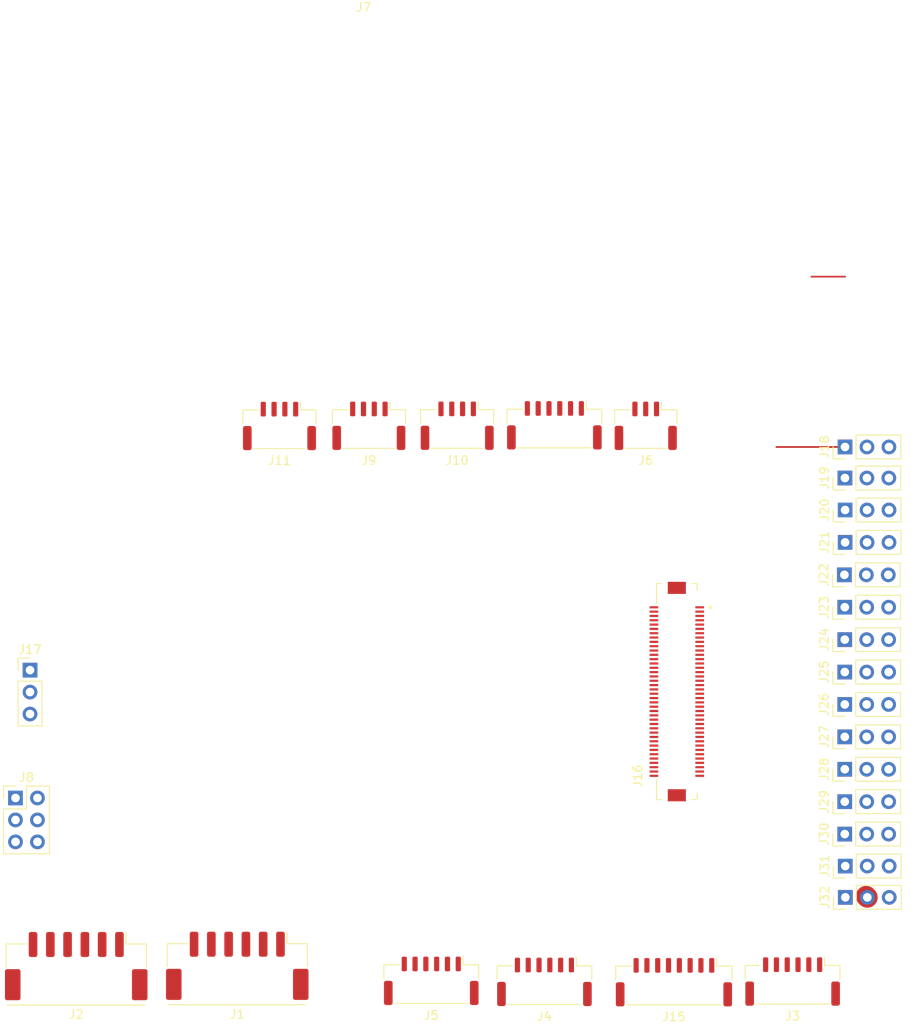
<source format=kicad_pcb>
(kicad_pcb (version 20241229) (generator "pcbnew") (generator_version "9.0")
  (layers (0 "F.Cu" signal) (2 "B.Cu" signal) (13 "F.Paste" user) (15 "B.Paste" user) (5 "F.SilkS" user "F.Silkscreen") (7 "B.SilkS" user "B.Silkscreen") (1 "F.Mask" user) (3 "B.Mask" user) (25 "Edge.Cuts" user))
  (net 0 "")
  (net 1 "/VCC_5V")
  (net 2 "/GND")
  (net 3 "/AUX_BATT_VOLTAGE_SENS")
  (net 4 "/AUX_BATT_CURRENT_SENS")
  (net 5 "/BATT_CURRENT_SENS_PROT")
  (net 6 "/BATT_VOLTAGE_SENS_PROT")
  (net 7 "/SERIAL_4_RX")
  (net 8 "/SERIAL_4_TX")
  (net 9 "/I2C_2_SCL")
  (net 10 "/I2C_2_SDA")
  (net 11 "/SERIAL_1_CTS")
  (net 12 "/SERIAL_1_RTS")
  (net 13 "/SERIAL_2_RTS")
  (net 14 "/SERIAL_2_TX")
  (net 15 "/SERIAL_2_RX")
  (net 16 "/SERIAL_2_CTS")
  (net 17 "/PRESSURE_SENS_IN")
  (net 18 "/BUZZER_OUT(NC)")
  (net 19 "/OTG_DP1")
  (net 20 "/OTG_DM1")
  (net 21 "/FMU_LED_AMBER")
  (net 22 "/SERIAL_1_RX")
  (net 23 "/SERIAL_1_TX")
  (net 24 "/VBUS")
  (net 25 "/CAN_L_1")
  (net 26 "/CAN_H_1")
  (net 27 "/CAN_L_2")
  (net 28 "/CAN_H_2")
  (net 29 "/Primary_FMU_CH1_PROT")
  (net 30 "/Secondary_FMU_CH2_PROT")
  (net 31 "/Primary_FMU_CH4_PROT")
  (net 32 "/Primary_FMU_CH8_PROT")
  (net 33 "/PPM_SBUS_PROT")
  (net 34 "/Secondary_FMU_CH5_PROT")
  (net 35 "/Primary_FMU_CH3_PROT")
  (net 36 "/Secondary_FMU_CH1_PROT")
  (net 37 "/Primary_FMU_CH7_PROT")
  (net 38 "/Secondary_FMU_CH6_PROT")
  (net 39 "/Secondary_FMU_CH4_PROT")
  (net 40 "/Secondary_FMU_CH3_PROT")
  (net 41 "/Primary_FMU_CH5_PROT")
  (net 42 "/Primary_FMU_CH2_PROT")
  (net 43 "/Primary_FMU_CH6_PROT")
  (net 44 "/I2C_1_SDA")
  (net 47 "/I2C_1_SCL")
  (net 48 "/SERIAL_3_RX")
  (net 57 "/SERIAL_3_TX")
  (net 58 "/IO_VDD_3V3(NC)")
  (net 59 "/VDD_3V3_Spektrum")
  (net 62 "/S.Bus_Out")
  (net 63 "/VDD_SERVO")
  (net 64 "/IO_VDD_5V5")
  (net 65 "/IO_USART1_RX_SPECTRUM_DSM")
  (net 66 "/SERIAL_8_RX(NC)")
  (net 67 "/SERIAL_8_TX(NC)")
  (footprint "Connector_JST:JST_GH_BM04B-GHS-TBT_1x04-1MP_P1.25mm_Vertical" (layer "F.Cu") (at 91.595 32.25 180)
    (property "Reference" "J10" (at 0 -4 0) (layer "F.SilkS"))
    (property "Value" "Can 2")
    (fp_line (start 4.235 1.86) (end 2.435 1.86) (stroke (width 0.12)) (layer "F.SilkS"))
    (fp_line (start 4.235 0.26) (end 4.235 1.86) (stroke (width 0.12)) (layer "F.SilkS"))
    (fp_line (start -2.435 1.86) (end -2.435 2.8) (stroke (width 0.12)) (layer "F.SilkS"))
    (fp_line (start -2.965 -2.61) (end 2.965 -2.61) (stroke (width 0.12)) (layer "F.SilkS"))
    (fp_line (start -4.235 1.86) (end -2.435 1.86) (stroke (width 0.12)) (layer "F.SilkS"))
    (fp_line (start -4.235 0.26) (end -4.235 1.86) (stroke (width 0.12)) (layer "F.SilkS"))
    (pad "1" smd roundrect (at -1.875 1.95 180) (size 0.6 1.7) (layers "F.Cu" "F.Mask" "F.Paste") (net 1 "/VCC_5V"))
    (pad "2" smd roundrect (at -0.625 1.95 180) (size 0.6 1.7) (layers "F.Cu" "F.Mask" "F.Paste") (net 28 "/CAN_H_2"))
    (pad "3" smd roundrect (at 0.625 1.95 180) (size 0.6 1.7) (layers "F.Cu" "F.Mask" "F.Paste") (net 27 "/CAN_L_2"))
    (pad "4" smd roundrect (at 1.875 1.95 180) (size 0.6 1.7) (layers "F.Cu" "F.Mask" "F.Paste") (net 2 "/GND"))
    (pad "MP" smd roundrect (at -3.725 -1.4 180) (size 1 2.8) (layers "F.Cu" "F.Mask" "F.Paste"))
    (pad "MP" smd roundrect (at 3.725 -1.4 180) (size 1 2.8) (layers "F.Cu" "F.Mask" "F.Paste"))
  )
  (footprint "Connector_Molex:Molex_CLIK-Mate_502443-0670_1x06-1MP_P2.00mm_Vertical" (layer "F.Cu") (at 47.5 94.775 180)
    (property "Reference" "J2" (at 0 -5.6 0) (layer "F.SilkS"))
    (property "Value" "Power 1")
    (fp_line (start 8.11 2.56) (end 5.76 2.56) (stroke (width 0.12)) (layer "F.SilkS"))
    (fp_line (start 8.11 -0.09) (end 8.11 2.56) (stroke (width 0.12)) (layer "F.SilkS"))
    (fp_line (start -5.76 2.56) (end -5.76 3.95) (stroke (width 0.12)) (layer "F.SilkS"))
    (fp_line (start -8 -4.51) (end 8 -4.51) (stroke (width 0.12)) (layer "F.SilkS"))
    (fp_line (start -8.11 2.56) (end -5.76 2.56) (stroke (width 0.12)) (layer "F.SilkS"))
    (fp_line (start -8.11 -0.09) (end -8.11 2.56) (stroke (width 0.12)) (layer "F.SilkS"))
    (pad "1" smd roundrect (at -5 2.5 180) (size 1 2.9) (layers "F.Cu" "F.Mask" "F.Paste") (net 1 "/VCC_5V"))
    (pad "2" smd roundrect (at -3 2.5 180) (size 1 2.9) (layers "F.Cu" "F.Mask" "F.Paste") (net 1 "/VCC_5V"))
    (pad "3" smd roundrect (at -1 2.5 180) (size 1 2.9) (layers "F.Cu" "F.Mask" "F.Paste") (net 5 "/BATT_CURRENT_SENS_PROT"))
    (pad "4" smd roundrect (at 1 2.5 180) (size 1 2.9) (layers "F.Cu" "F.Mask" "F.Paste") (net 6 "/BATT_VOLTAGE_SENS_PROT"))
    (pad "5" smd roundrect (at 3 2.5 180) (size 1 2.9) (layers "F.Cu" "F.Mask" "F.Paste") (net 2 "/GND"))
    (pad "6" smd roundrect (at 5 2.5 180) (size 1 2.9) (layers "F.Cu" "F.Mask" "F.Paste") (net 2 "/GND"))
    (pad "MP" smd roundrect (at -7.35 -2.15 180) (size 1.8 3.6) (layers "F.Cu" "F.Mask" "F.Paste") (roundrect_rratio 0.138889))
    (pad "MP" smd roundrect (at 7.35 -2.15 180) (size 1.8 3.6) (layers "F.Cu" "F.Mask" "F.Paste") (roundrect_rratio 0.138889))
  )
  (footprint "Connector_JST:JST_GH_BM06B-GHS-TBT_1x06-1MP_P1.25mm_Vertical" (layer "F.Cu") (at 102.845 32.2 180)
    (property "Reference" "J7" (at 22.07 48.36 180) (layer "F.SilkS"))
    (property "Value" "USB")
    (fp_line (start 5.485 1.86) (end 3.685 1.86) (stroke (width 0.12)) (layer "F.SilkS"))
    (fp_line (start 5.485 0.26) (end 5.485 1.86) (stroke (width 0.12)) (layer "F.SilkS"))
    (fp_line (start -3.685 1.86) (end -3.685 2.8) (stroke (width 0.12)) (layer "F.SilkS"))
    (fp_line (start -4.215 -2.61) (end 4.215 -2.61) (stroke (width 0.12)) (layer "F.SilkS"))
    (fp_line (start -5.485 1.86) (end -3.685 1.86) (stroke (width 0.12)) (layer "F.SilkS"))
    (fp_line (start -5.485 0.26) (end -5.485 1.86) (stroke (width 0.12)) (layer "F.SilkS"))
    (pad "1" smd roundrect (at -3.125 1.95 180) (size 0.6 1.7) (layers "F.Cu" "F.Mask" "F.Paste") (net 24 "/VBUS"))
    (pad "2" smd roundrect (at -1.875 1.95 180) (size 0.6 1.7) (layers "F.Cu" "F.Mask" "F.Paste") (net 19 "/OTG_DP1"))
    (pad "3" smd roundrect (at -0.625 1.95 180) (size 0.6 1.7) (layers "F.Cu" "F.Mask" "F.Paste") (net 20 "/OTG_DM1"))
    (pad "4" smd roundrect (at 0.625 1.95 180) (size 0.6 1.7) (layers "F.Cu" "F.Mask" "F.Paste") (net 2 "/GND"))
    (pad "5" smd roundrect (at 1.875 1.95 180) (size 0.6 1.7) (layers "F.Cu" "F.Mask" "F.Paste") (net 18 "/BUZZER_OUT(NC)"))
    (pad "6" smd roundrect (at 3.125 1.95 180) (size 0.6 1.7) (layers "F.Cu" "F.Mask" "F.Paste") (net 21 "/FMU_LED_AMBER"))
    (pad "MP" smd roundrect (at -4.975 -1.4 180) (size 1 2.8) (layers "F.Cu" "F.Mask" "F.Paste"))
    (pad "MP" smd roundrect (at 4.975 -1.4 180) (size 1 2.8) (layers "F.Cu" "F.Mask" "F.Paste"))
  )
  (footprint "Connector_PinHeader_2.54mm:PinHeader_2x03_P2.54mm_Vertical" (layer "F.Cu") (at 40.47 75.32)
    (property "Reference" "J8" (at 1.27 -2.38 0) (layer "F.SilkS"))
    (property "Value" "SBUS0")
    (fp_line (start -1.38 -1.38) (end 0 -1.38) (stroke (width 0.12)) (layer "F.SilkS"))
    (fp_line (start -1.38 0) (end -1.38 -1.38) (stroke (width 0.12)) (layer "F.SilkS"))
    (fp_line (start -1.38 1.27) (end -1.38 6.46) (stroke (width 0.12)) (layer "F.SilkS"))
    (fp_line (start -1.38 1.27) (end 1.27 1.27) (stroke (width 0.12)) (layer "F.SilkS"))
    (fp_line (start -1.38 6.46) (end 3.92 6.46) (stroke (width 0.12)) (layer "F.SilkS"))
    (fp_line (start 1.27 -1.38) (end 3.92 -1.38) (stroke (width 0.12)) (layer "F.SilkS"))
    (fp_line (start 1.27 1.27) (end 1.27 -1.38) (stroke (width 0.12)) (layer "F.SilkS"))
    (fp_line (start 3.92 -1.38) (end 3.92 6.46) (stroke (width 0.12)) (layer "F.SilkS"))
    (pad "1" thru_hole rect (at 0 0) (size 1.7 1.7) (drill 1) (layers "*.Cu" "*.Mask") (net 62 "/S.Bus_Out"))
    (pad "2" thru_hole circle (at 2.54 0) (size 1.7 1.7) (drill 1) (layers "*.Cu" "*.Mask") (net 67 "/SERIAL_8_TX(NC)"))
    (pad "3" thru_hole circle (at 0 2.54) (size 1.7 1.7) (drill 1) (layers "*.Cu" "*.Mask") (net 63 "/VDD_SERVO"))
    (pad "4" thru_hole circle (at 2.54 2.54) (size 1.7 1.7) (drill 1) (layers "*.Cu" "*.Mask") (net 66 "/SERIAL_8_RX(NC)"))
    (pad "5" thru_hole circle (at 0 5.08) (size 1.7 1.7) (drill 1) (layers "*.Cu" "*.Mask") (net 2 "/GND"))
    (pad "6" thru_hole circle (at 2.54 5.08) (size 1.7 1.7) (drill 1) (layers "*.Cu" "*.Mask") (net 2 "/GND"))
  )
  (footprint "Connector_PinHeader_2.54mm:PinHeader_1x03_P2.54mm_Vertical" (layer "F.Cu") (at 136.48 38.3 90)
    (property "Reference" "J19" (at 0 -2.38 90) (layer "F.SilkS"))
    (property "Value" "1")
    (fp_line (start -1.38 -1.38) (end 0 -1.38) (stroke (width 0.12)) (layer "F.SilkS"))
    (fp_line (start -1.38 0) (end -1.38 -1.38) (stroke (width 0.12)) (layer "F.SilkS"))
    (fp_line (start 1.38 1.27) (end 1.38 6.46) (stroke (width 0.12)) (layer "F.SilkS"))
    (fp_line (start -1.38 1.27) (end 1.38 1.27) (stroke (width 0.12)) (layer "F.SilkS"))
    (fp_line (start -1.38 1.27) (end -1.38 6.46) (stroke (width 0.12)) (layer "F.SilkS"))
    (fp_line (start -1.38 6.46) (end 1.38 6.46) (stroke (width 0.12)) (layer "F.SilkS"))
    (pad "1" thru_hole rect (at 0 0 90) (size 1.7 1.7) (drill 1) (layers "*.Cu" "*.Mask") (net 30 "/Secondary_FMU_CH2_PROT"))
    (pad "2" thru_hole circle (at 0 2.54 90) (size 1.7 1.7) (drill 1) (layers "*.Cu" "*.Mask") (net 64 "/IO_VDD_5V5"))
    (pad "3" thru_hole circle (at 0 5.08 90) (size 1.7 1.7) (drill 1) (layers "*.Cu" "*.Mask") (net 2 "/GND"))
  )
  (footprint "Connector_Molex:Molex_CLIK-Mate_502443-0670_1x06-1MP_P2.00mm_Vertical" (layer "F.Cu") (at 66.14 94.74 180)
    (property "Reference" "J1" (at 0 -5.6 0) (layer "F.SilkS"))
    (property "Value" "Power 2")
    (fp_line (start 8.11 2.56) (end 5.76 2.56) (stroke (width 0.12)) (layer "F.SilkS"))
    (fp_line (start 8.11 -0.09) (end 8.11 2.56) (stroke (width 0.12)) (layer "F.SilkS"))
    (fp_line (start -5.76 2.56) (end -5.76 3.95) (stroke (width 0.12)) (layer "F.SilkS"))
    (fp_line (start -8 -4.51) (end 8 -4.51) (stroke (width 0.12)) (layer "F.SilkS"))
    (fp_line (start -8.11 2.56) (end -5.76 2.56) (stroke (width 0.12)) (layer "F.SilkS"))
    (fp_line (start -8.11 -0.09) (end -8.11 2.56) (stroke (width 0.12)) (layer "F.SilkS"))
    (pad "1" smd roundrect (at -5 2.5 180) (size 1 2.9) (layers "F.Cu" "F.Mask" "F.Paste") (net 1 "/VCC_5V"))
    (pad "2" smd roundrect (at -3 2.5 180) (size 1 2.9) (layers "F.Cu" "F.Mask" "F.Paste") (net 1 "/VCC_5V"))
    (pad "3" smd roundrect (at -1 2.5 180) (size 1 2.9) (layers "F.Cu" "F.Mask" "F.Paste") (net 4 "/AUX_BATT_CURRENT_SENS"))
    (pad "4" smd roundrect (at 1 2.5 180) (size 1 2.9) (layers "F.Cu" "F.Mask" "F.Paste") (net 3 "/AUX_BATT_VOLTAGE_SENS"))
    (pad "5" smd roundrect (at 3 2.5 180) (size 1 2.9) (layers "F.Cu" "F.Mask" "F.Paste") (net 2 "/GND"))
    (pad "6" smd roundrect (at 5 2.5 180) (size 1 2.9) (layers "F.Cu" "F.Mask" "F.Paste") (net 2 "/GND"))
    (pad "MP" smd roundrect (at -7.35 -2.15 180) (size 1.8 3.6) (layers "F.Cu" "F.Mask" "F.Paste") (roundrect_rratio 0.138889))
    (pad "MP" smd roundrect (at 7.35 -2.15 180) (size 1.8 3.6) (layers "F.Cu" "F.Mask" "F.Paste") (roundrect_rratio 0.138889))
  )
  (footprint "DF17_4.0_-80DS-0.5V_57_:HRS_DF17_4.0_-80DS-0.5V_57_" (layer "F.Cu") (at 117.02 63.01 90)
    (property "Reference" "J16" (at -9.775 -4.535 90) (layer "F.SilkS"))
    (property "Value" "DF17_4.0_-80DS-0.5V_57_")
    (fp_line (start 12.5 -2.35) (end 10.195 -2.35) (stroke (width 0.127)) (layer "F.SilkS"))
    (fp_line (start 12.5 -2.35) (end 12.5 -1.75) (stroke (width 0.127)) (layer "F.SilkS"))
    (fp_line (start -10.195 -2.35) (end -12.5 -2.35) (stroke (width 0.127)) (layer "F.SilkS"))
    (fp_line (start -12.5 -2.35) (end -12.5 -1.75) (stroke (width 0.127)) (layer "F.SilkS"))
    (fp_line (start 12.5 2.35) (end 12.5 1.75) (stroke (width 0.127)) (layer "F.SilkS"))
    (fp_line (start 11.75 2.35) (end 12.5 2.35) (stroke (width 0.127)) (layer "F.SilkS"))
    (fp_line (start -12.5 2.35) (end -12.5 1.75) (stroke (width 0.127)) (layer "F.SilkS"))
    (fp_line (start -12.5 2.35) (end -11.75 2.35) (stroke (width 0.127)) (layer "F.SilkS"))
    (fp_circle (center 9.75 3.9) (end 9.85 3.9) (stroke (width 0.2)) (fill no) (layer "F.SilkS"))
    (pad "" np_thru_hole circle (at -11 1.9 90) (size 0.65 0.65) (drill 0.65) (layers "*.Cu" "*.Mask"))
    (pad "" np_thru_hole circle (at 11 1.9 90) (size 0.65 0.65) (drill 0.65) (layers "*.Cu" "*.Mask"))
    (pad "1" smd rect (at 9.75 2.65 90) (size 0.25 1) (layers "F.Cu" "F.Mask" "F.Paste"))
    (pad "2" smd rect (at 9.75 -2.65 90) (size 0.25 1) (layers "F.Cu" "F.Mask" "F.Paste") (net 21 "/FMU_LED_AMBER"))
    (pad "3" smd rect (at 9.25 2.65 90) (size 0.25 1) (layers "F.Cu" "F.Mask" "F.Paste"))
    (pad "4" smd rect (at 9.25 -2.65 90) (size 0.25 1) (layers "F.Cu" "F.Mask" "F.Paste") (net 44 "/I2C_1_SDA"))
    (pad "5" smd rect (at 8.75 2.65 90) (size 0.25 1) (layers "F.Cu" "F.Mask" "F.Paste"))
    (pad "6" smd rect (at 8.75 -2.65 90) (size 0.25 1) (layers "F.Cu" "F.Mask" "F.Paste") (net 9 "/I2C_2_SCL"))
    (pad "7" smd rect (at 8.25 2.65 90) (size 0.25 1) (layers "F.Cu" "F.Mask" "F.Paste"))
    (pad "8" smd rect (at 8.25 -2.65 90) (size 0.25 1) (layers "F.Cu" "F.Mask" "F.Paste"))
    (pad "9" smd rect (at 7.75 2.65 90) (size 0.25 1) (layers "F.Cu" "F.Mask" "F.Paste"))
    (pad "10" smd rect (at 7.75 -2.65 90) (size 0.25 1) (layers "F.Cu" "F.Mask" "F.Paste"))
    (pad "11" smd rect (at 7.25 2.65 90) (size 0.25 1) (layers "F.Cu" "F.Mask" "F.Paste"))
    (pad "12" smd rect (at 7.25 -2.65 90) (size 0.25 1) (layers "F.Cu" "F.Mask" "F.Paste"))
    (pad "13" smd rect (at 6.75 2.65 90) (size 0.25 1) (layers "F.Cu" "F.Mask" "F.Paste"))
    (pad "14" smd rect (at 6.75 -2.65 90) (size 0.25 1) (layers "F.Cu" "F.Mask" "F.Paste"))
    (pad "15" smd rect (at 6.25 2.65 90) (size 0.25 1) (layers "F.Cu" "F.Mask" "F.Paste"))
    (pad "16" smd rect (at 6.25 -2.65 90) (size 0.25 1) (layers "F.Cu" "F.Mask" "F.Paste") (net 7 "/SERIAL_4_RX"))
    (pad "17" smd rect (at 5.75 2.65 90) (size 0.25 1) (layers "F.Cu" "F.Mask" "F.Paste"))
    (pad "18" smd rect (at 5.75 -2.65 90) (size 0.25 1) (layers "F.Cu" "F.Mask" "F.Paste") (net 8 "/SERIAL_4_TX"))
    (pad "19" smd rect (at 5.25 2.65 90) (size 0.25 1) (layers "F.Cu" "F.Mask" "F.Paste") (net 59 "/VDD_3V3_Spektrum"))
    (pad "20" smd rect (at 5.25 -2.65 90) (size 0.25 1) (layers "F.Cu" "F.Mask" "F.Paste") (net 48 "/SERIAL_3_RX"))
    (pad "21" smd rect (at 4.75 2.65 90) (size 0.25 1) (layers "F.Cu" "F.Mask" "F.Paste") (net 17 "/PRESSURE_SENS_IN"))
    (pad "22" smd rect (at 4.75 -2.65 90) (size 0.25 1) (layers "F.Cu" "F.Mask" "F.Paste") (net 57 "/SERIAL_3_TX"))
    (pad "23" smd rect (at 4.25 2.65 90) (size 0.25 1) (layers "F.Cu" "F.Mask" "F.Paste") (net 3 "/AUX_BATT_VOLTAGE_SENS"))
    (pad "24" smd rect (at 4.25 -2.65 90) (size 0.25 1) (layers "F.Cu" "F.Mask" "F.Paste"))
    (pad "25" smd rect (at 3.75 2.65 90) (size 0.25 1) (layers "F.Cu" "F.Mask" "F.Paste") (net 4 "/AUX_BATT_CURRENT_SENS"))
    (pad "26" smd rect (at 3.75 -2.65 90) (size 0.25 1) (layers "F.Cu" "F.Mask" "F.Paste") (net 58 "/IO_VDD_3V3(NC)"))
    (pad "27" smd rect (at 3.25 2.65 90) (size 0.25 1) (layers "F.Cu" "F.Mask" "F.Paste"))
    (pad "28" smd rect (at 3.25 -2.65 90) (size 0.25 1) (layers "F.Cu" "F.Mask" "F.Paste"))
    (pad "29" smd rect (at 2.75 2.65 90) (size 0.25 1) (layers "F.Cu" "F.Mask" "F.Paste") (net 24 "/VBUS"))
    (pad "30" smd rect (at 2.75 -2.65 90) (size 0.25 1) (layers "F.Cu" "F.Mask" "F.Paste") (net 12 "/SERIAL_1_RTS"))
    (pad "31" smd rect (at 2.25 2.65 90) (size 0.25 1) (layers "F.Cu" "F.Mask" "F.Paste") (net 19 "/OTG_DP1"))
    (pad "32" smd rect (at 2.25 -2.65 90) (size 0.25 1) (layers "F.Cu" "F.Mask" "F.Paste") (net 16 "/SERIAL_2_CTS"))
    (pad "33" smd rect (at 1.75 2.65 90) (size 0.25 1) (layers "F.Cu" "F.Mask" "F.Paste") (net 20 "/OTG_DM1"))
    (pad "34" smd rect (at 1.75 -2.65 90) (size 0.25 1) (layers "F.Cu" "F.Mask" "F.Paste") (net 15 "/SERIAL_2_RX"))
    (pad "35" smd rect (at 1.25 2.65 90) (size 0.25 1) (layers "F.Cu" "F.Mask" "F.Paste") (net 44 "/I2C_1_SDA"))
    (pad "36" smd rect (at 1.25 -2.65 90) (size 0.25 1) (layers "F.Cu" "F.Mask" "F.Paste") (net 14 "/SERIAL_2_TX"))
    (pad "37" smd rect (at 0.75 2.65 90) (size 0.25 1) (layers "F.Cu" "F.Mask" "F.Paste") (net 47 "/I2C_1_SCL"))
    (pad "38" smd rect (at 0.75 -2.65 90) (size 0.25 1) (layers "F.Cu" "F.Mask" "F.Paste") (net 22 "/SERIAL_1_RX"))
    (pad "39" smd rect (at 0.25 2.65 90) (size 0.25 1) (layers "F.Cu" "F.Mask" "F.Paste") (net 27 "/CAN_L_2"))
    (pad "40" smd rect (at 0.25 -2.65 90) (size 0.25 1) (layers "F.Cu" "F.Mask" "F.Paste") (net 23 "/SERIAL_1_TX"))
    (pad "41" smd rect (at -0.25 2.65 90) (size 0.25 1) (layers "F.Cu" "F.Mask" "F.Paste") (net 28 "/CAN_H_2"))
    (pad "42" smd rect (at -0.25 -2.65 90) (size 0.25 1) (layers "F.Cu" "F.Mask" "F.Paste") (net 12 "/SERIAL_1_RTS"))
    (pad "43" smd rect (at -0.75 2.65 90) (size 0.25 1) (layers "F.Cu" "F.Mask" "F.Paste"))
    (pad "44" smd rect (at -0.75 -2.65 90) (size 0.25 1) (layers "F.Cu" "F.Mask" "F.Paste") (net 11 "/SERIAL_1_CTS"))
    (pad "45" smd rect (at -1.25 2.65 90) (size 0.25 1) (layers "F.Cu" "F.Mask" "F.Paste"))
    (pad "46" smd rect (at -1.25 -2.65 90) (size 0.25 1) (layers "F.Cu" "F.Mask" "F.Paste"))
    (pad "47" smd rect (at -1.75 2.65 90) (size 0.25 1) (layers "F.Cu" "F.Mask" "F.Paste") (net 6 "/BATT_VOLTAGE_SENS_PROT"))
    (pad "48" smd rect (at -1.75 -2.65 90) (size 0.25 1) (layers "F.Cu" "F.Mask" "F.Paste") (net 65 "/IO_USART1_RX_SPECTRUM_DSM"))
    (pad "49" smd rect (at -2.25 2.65 90) (size 0.25 1) (layers "F.Cu" "F.Mask" "F.Paste") (net 5 "/BATT_CURRENT_SENS_PROT"))
    (pad "50" smd rect (at -2.25 -2.65 90) (size 0.25 1) (layers "F.Cu" "F.Mask" "F.Paste") (net 36 "/Secondary_FMU_CH1_PROT"))
    (pad "51" smd rect (at -2.75 2.65 90) (size 0.25 1) (layers "F.Cu" "F.Mask" "F.Paste"))
    (pad "52" smd rect (at -2.75 -2.65 90) (size 0.25 1) (layers "F.Cu" "F.Mask" "F.Paste") (net 30 "/Secondary_FMU_CH2_PROT"))
    (pad "53" smd rect (at -3.25 2.65 90) (size 0.25 1) (layers "F.Cu" "F.Mask" "F.Paste") (net 63 "/VDD_SERVO"))
    (pad "54" smd rect (at -3.25 -2.65 90) (size 0.25 1) (layers "F.Cu" "F.Mask" "F.Paste") (net 40 "/Secondary_FMU_CH3_PROT"))
    (pad "55" smd rect (at -3.75 2.65 90) (size 0.25 1) (layers "F.Cu" "F.Mask" "F.Paste"))
    (pad "56" smd rect (at -3.75 -2.65 90) (size 0.25 1) (layers "F.Cu" "F.Mask" "F.Paste") (net 39 "/Secondary_FMU_CH4_PROT"))
    (pad "57" smd rect (at -4.25 2.65 90) (size 0.25 1) (layers "F.Cu" "F.Mask" "F.Paste"))
    (pad "58" smd rect (at -4.25 -2.65 90) (size 0.25 1) (layers "F.Cu" "F.Mask" "F.Paste") (net 34 "/Secondary_FMU_CH5_PROT"))
    (pad "59" smd rect (at -4.75 2.65 90) (size 0.25 1) (layers "F.Cu" "F.Mask" "F.Paste"))
    (pad "60" smd rect (at -4.75 -2.65 90) (size 0.25 1) (layers "F.Cu" "F.Mask" "F.Paste") (net 38 "/Secondary_FMU_CH6_PROT"))
    (pad "61" smd rect (at -5.25 2.65 90) (size 0.25 1) (layers "F.Cu" "F.Mask" "F.Paste") (net 1 "/VCC_5V"))
    (pad "62" smd rect (at -5.25 -2.65 90) (size 0.25 1) (layers "F.Cu" "F.Mask" "F.Paste") (net 33 "/PPM_SBUS_PROT"))
    (pad "63" smd rect (at -5.75 2.65 90) (size 0.25 1) (layers "F.Cu" "F.Mask" "F.Paste") (net 1 "/VCC_5V"))
    (pad "64" smd rect (at -5.75 -2.65 90) (size 0.25 1) (layers "F.Cu" "F.Mask" "F.Paste") (net 62 "/S.Bus_Out"))
    (pad "65" smd rect (at -6.25 2.65 90) (size 0.25 1) (layers "F.Cu" "F.Mask" "F.Paste") (net 64 "/IO_VDD_5V5"))
    (pad "66" smd rect (at -6.25 -2.65 90) (size 0.25 1) (layers "F.Cu" "F.Mask" "F.Paste") (net 32 "/Primary_FMU_CH8_PROT"))
    (pad "67" smd rect (at -6.75 2.65 90) (size 0.25 1) (layers "F.Cu" "F.Mask" "F.Paste"))
    (pad "68" smd rect (at -6.75 -2.65 90) (size 0.25 1) (layers "F.Cu" "F.Mask" "F.Paste") (net 37 "/Primary_FMU_CH7_PROT"))
    (pad "69" smd rect (at -7.25 2.65 90) (size 0.25 1) (layers "F.Cu" "F.Mask" "F.Paste"))
    (pad "70" smd rect (at -7.25 -2.65 90) (size 0.25 1) (layers "F.Cu" "F.Mask" "F.Paste") (net 43 "/Primary_FMU_CH6_PROT"))
    (pad "71" smd rect (at -7.75 2.65 90) (size 0.25 1) (layers "F.Cu" "F.Mask" "F.Paste"))
    (pad "72" smd rect (at -7.75 -2.65 90) (size 0.25 1) (layers "F.Cu" "F.Mask" "F.Paste") (net 41 "/Primary_FMU_CH5_PROT"))
    (pad "73" smd rect (at -8.25 2.65 90) (size 0.25 1) (layers "F.Cu" "F.Mask" "F.Paste"))
    (pad "74" smd rect (at -8.25 -2.65 90) (size 0.25 1) (layers "F.Cu" "F.Mask" "F.Paste") (net 31 "/Primary_FMU_CH4_PROT"))
    (pad "75" smd rect (at -8.75 2.65 90) (size 0.25 1) (layers "F.Cu" "F.Mask" "F.Paste"))
    (pad "76" smd rect (at -8.75 -2.65 90) (size 0.25 1) (layers "F.Cu" "F.Mask" "F.Paste") (net 35 "/Primary_FMU_CH3_PROT"))
    (pad "77" smd rect (at -9.25 2.65 90) (size 0.25 1) (layers "F.Cu" "F.Mask" "F.Paste") (net 25 "/CAN_L_1"))
    (pad "78" smd rect (at -9.25 -2.65 90) (size 0.25 1) (layers "F.Cu" "F.Mask" "F.Paste") (net 42 "/Primary_FMU_CH2_PROT"))
    (pad "79" smd rect (at -9.75 2.65 90) (size 0.25 1) (layers "F.Cu" "F.Mask" "F.Paste") (net 26 "/CAN_H_1"))
    (pad "80" smd rect (at -9.75 -2.65 90) (size 0.25 1) (layers "F.Cu" "F.Mask" "F.Paste") (net 29 "/Primary_FMU_CH1_PROT"))
    (pad "S1" smd rect (at 12 0 90) (size 1.4 2.1) (layers "F.Cu" "F.Mask" "F.Paste"))
    (pad "S2" smd rect (at -12 0 90) (size 1.4 2.1) (layers "F.Cu" "F.Mask" "F.Paste"))
  )
  (footprint "Connector_JST:JST_GH_BM06B-GHS-TBT_1x06-1MP_P1.25mm_Vertical" (layer "F.Cu") (at 130.425 96.56 180)
    (property "Reference" "J3" (at 0 -4 0) (layer "F.SilkS"))
    (property "Value" "GPS 2")
    (fp_line (start 5.485 1.86) (end 3.685 1.86) (stroke (width 0.12)) (layer "F.SilkS"))
    (fp_line (start 5.485 0.26) (end 5.485 1.86) (stroke (width 0.12)) (layer "F.SilkS"))
    (fp_line (start -3.685 1.86) (end -3.685 2.8) (stroke (width 0.12)) (layer "F.SilkS"))
    (fp_line (start -4.215 -2.61) (end 4.215 -2.61) (stroke (width 0.12)) (layer "F.SilkS"))
    (fp_line (start -5.485 1.86) (end -3.685 1.86) (stroke (width 0.12)) (layer "F.SilkS"))
    (fp_line (start -5.485 0.26) (end -5.485 1.86) (stroke (width 0.12)) (layer "F.SilkS"))
    (pad "1" smd roundrect (at -3.125 1.95 180) (size 0.6 1.7) (layers "F.Cu" "F.Mask" "F.Paste") (net 1 "/VCC_5V"))
    (pad "2" smd roundrect (at -1.875 1.95 180) (size 0.6 1.7) (layers "F.Cu" "F.Mask" "F.Paste") (net 8 "/SERIAL_4_TX"))
    (pad "3" smd roundrect (at -0.625 1.95 180) (size 0.6 1.7) (layers "F.Cu" "F.Mask" "F.Paste") (net 7 "/SERIAL_4_RX"))
    (pad "4" smd roundrect (at 0.625 1.95 180) (size 0.6 1.7) (layers "F.Cu" "F.Mask" "F.Paste") (net 9 "/I2C_2_SCL"))
    (pad "5" smd roundrect (at 1.875 1.95 180) (size 0.6 1.7) (layers "F.Cu" "F.Mask" "F.Paste") (net 10 "/I2C_2_SDA"))
    (pad "6" smd roundrect (at 3.125 1.95 180) (size 0.6 1.7) (layers "F.Cu" "F.Mask" "F.Paste") (net 2 "/GND"))
    (pad "MP" smd roundrect (at -4.975 -1.4 180) (size 1 2.8) (layers "F.Cu" "F.Mask" "F.Paste"))
    (pad "MP" smd roundrect (at 4.975 -1.4 180) (size 1 2.8) (layers "F.Cu" "F.Mask" "F.Paste"))
  )
  (footprint "Connector_PinHeader_2.54mm:PinHeader_1x03_P2.54mm_Vertical" (layer "F.Cu") (at 136.46 53.25 90)
    (property "Reference" "J23" (at 0 -2.38 90) (layer "F.SilkS"))
    (property "Value" "1")
    (fp_line (start -1.38 -1.38) (end 0 -1.38) (stroke (width 0.12)) (layer "F.SilkS"))
    (fp_line (start -1.38 0) (end -1.38 -1.38) (stroke (width 0.12)) (layer "F.SilkS"))
    (fp_line (start 1.38 1.27) (end 1.38 6.46) (stroke (width 0.12)) (layer "F.SilkS"))
    (fp_line (start -1.38 1.27) (end 1.38 1.27) (stroke (width 0.12)) (layer "F.SilkS"))
    (fp_line (start -1.38 1.27) (end -1.38 6.46) (stroke (width 0.12)) (layer "F.SilkS"))
    (fp_line (start -1.38 6.46) (end 1.38 6.46) (stroke (width 0.12)) (layer "F.SilkS"))
    (pad "1" thru_hole rect (at 0 0 90) (size 1.7 1.7) (drill 1) (layers "*.Cu" "*.Mask") (net 38 "/Secondary_FMU_CH6_PROT"))
    (pad "2" thru_hole circle (at 0 2.54 90) (size 1.7 1.7) (drill 1) (layers "*.Cu" "*.Mask") (net 64 "/IO_VDD_5V5"))
    (pad "3" thru_hole circle (at 0 5.08 90) (size 1.7 1.7) (drill 1) (layers "*.Cu" "*.Mask") (net 2 "/GND"))
  )
  (footprint "Connector_JST:JST_GH_BM04B-GHS-TBT_1x04-1MP_P1.25mm_Vertical" (layer "F.Cu") (at 81.375 32.26 180)
    (property "Reference" "J9" (at 0 -4 0) (layer "F.SilkS"))
    (property "Value" "Can1")
    (fp_line (start 4.235 1.86) (end 2.435 1.86) (stroke (width 0.12)) (layer "F.SilkS"))
    (fp_line (start 4.235 0.26) (end 4.235 1.86) (stroke (width 0.12)) (layer "F.SilkS"))
    (fp_line (start -2.435 1.86) (end -2.435 2.8) (stroke (width 0.12)) (layer "F.SilkS"))
    (fp_line (start -2.965 -2.61) (end 2.965 -2.61) (stroke (width 0.12)) (layer "F.SilkS"))
    (fp_line (start -4.235 1.86) (end -2.435 1.86) (stroke (width 0.12)) (layer "F.SilkS"))
    (fp_line (start -4.235 0.26) (end -4.235 1.86) (stroke (width 0.12)) (layer "F.SilkS"))
    (pad "1" smd roundrect (at -1.875 1.95 180) (size 0.6 1.7) (layers "F.Cu" "F.Mask" "F.Paste") (net 1 "/VCC_5V"))
    (pad "2" smd roundrect (at -0.625 1.95 180) (size 0.6 1.7) (layers "F.Cu" "F.Mask" "F.Paste") (net 26 "/CAN_H_1"))
    (pad "3" smd roundrect (at 0.625 1.95 180) (size 0.6 1.7) (layers "F.Cu" "F.Mask" "F.Paste") (net 25 "/CAN_L_1"))
    (pad "4" smd roundrect (at 1.875 1.95 180) (size 0.6 1.7) (layers "F.Cu" "F.Mask" "F.Paste") (net 2 "/GND"))
    (pad "MP" smd roundrect (at -3.725 -1.4 180) (size 1 2.8) (layers "F.Cu" "F.Mask" "F.Paste"))
    (pad "MP" smd roundrect (at 3.725 -1.4 180) (size 1 2.8) (layers "F.Cu" "F.Mask" "F.Paste"))
  )
  (footprint "Connector_JST:JST_GH_BM06B-GHS-TBT_1x06-1MP_P1.25mm_Vertical" (layer "F.Cu") (at 101.695 96.6 180)
    (property "Reference" "J4" (at 0 -4 0) (layer "F.SilkS"))
    (property "Value" "Telem 1")
    (fp_line (start 5.485 1.86) (end 3.685 1.86) (stroke (width 0.12)) (layer "F.SilkS"))
    (fp_line (start 5.485 0.26) (end 5.485 1.86) (stroke (width 0.12)) (layer "F.SilkS"))
    (fp_line (start -3.685 1.86) (end -3.685 2.8) (stroke (width 0.12)) (layer "F.SilkS"))
    (fp_line (start -4.215 -2.61) (end 4.215 -2.61) (stroke (width 0.12)) (layer "F.SilkS"))
    (fp_line (start -5.485 1.86) (end -3.685 1.86) (stroke (width 0.12)) (layer "F.SilkS"))
    (fp_line (start -5.485 0.26) (end -5.485 1.86) (stroke (width 0.12)) (layer "F.SilkS"))
    (pad "1" smd roundrect (at -3.125 1.95 180) (size 0.6 1.7) (layers "F.Cu" "F.Mask" "F.Paste") (net 1 "/VCC_5V"))
    (pad "2" smd roundrect (at -1.875 1.95 180) (size 0.6 1.7) (layers "F.Cu" "F.Mask" "F.Paste") (net 23 "/SERIAL_1_TX"))
    (pad "3" smd roundrect (at -0.625 1.95 180) (size 0.6 1.7) (layers "F.Cu" "F.Mask" "F.Paste") (net 22 "/SERIAL_1_RX"))
    (pad "4" smd roundrect (at 0.625 1.95 180) (size 0.6 1.7) (layers "F.Cu" "F.Mask" "F.Paste") (net 11 "/SERIAL_1_CTS"))
    (pad "5" smd roundrect (at 1.875 1.95 180) (size 0.6 1.7) (layers "F.Cu" "F.Mask" "F.Paste") (net 12 "/SERIAL_1_RTS"))
    (pad "6" smd roundrect (at 3.125 1.95 180) (size 0.6 1.7) (layers "F.Cu" "F.Mask" "F.Paste") (net 2 "/GND"))
    (pad "MP" smd roundrect (at -4.975 -1.4 180) (size 1 2.8) (layers "F.Cu" "F.Mask" "F.Paste"))
    (pad "MP" smd roundrect (at 4.975 -1.4 180) (size 1 2.8) (layers "F.Cu" "F.Mask" "F.Paste"))
  )
  (footprint "Connector_PinHeader_2.54mm:PinHeader_1x03_P2.54mm_Vertical" (layer "F.Cu") (at 136.46 64.5 90)
    (property "Reference" "J26" (at 0 -2.38 90) (layer "F.SilkS"))
    (property "Value" "1")
    (fp_line (start -1.38 -1.38) (end 0 -1.38) (stroke (width 0.12)) (layer "F.SilkS"))
    (fp_line (start -1.38 0) (end -1.38 -1.38) (stroke (width 0.12)) (layer "F.SilkS"))
    (fp_line (start 1.38 1.27) (end 1.38 6.46) (stroke (width 0.12)) (layer "F.SilkS"))
    (fp_line (start -1.38 1.27) (end 1.38 1.27) (stroke (width 0.12)) (layer "F.SilkS"))
    (fp_line (start -1.38 1.27) (end -1.38 6.46) (stroke (width 0.12)) (layer "F.SilkS"))
    (fp_line (start -1.38 6.46) (end 1.38 6.46) (stroke (width 0.12)) (layer "F.SilkS"))
    (pad "1" thru_hole rect (at 0 0 90) (size 1.7 1.7) (drill 1) (layers "*.Cu" "*.Mask") (net 35 "/Primary_FMU_CH3_PROT"))
    (pad "2" thru_hole circle (at 0 2.54 90) (size 1.7 1.7) (drill 1) (layers "*.Cu" "*.Mask") (net 64 "/IO_VDD_5V5"))
    (pad "3" thru_hole circle (at 0 5.08 90) (size 1.7 1.7) (drill 1) (layers "*.Cu" "*.Mask") (net 2 "/GND"))
  )
  (footprint "Connector_PinHeader_2.54mm:PinHeader_1x03_P2.54mm_Vertical" (layer "F.Cu") (at 136.5 45.75 90)
    (property "Reference" "J21" (at 0 -2.38 90) (layer "F.SilkS"))
    (property "Value" "1")
    (fp_line (start -1.38 -1.38) (end 0 -1.38) (stroke (width 0.12)) (layer "F.SilkS"))
    (fp_line (start -1.38 0) (end -1.38 -1.38) (stroke (width 0.12)) (layer "F.SilkS"))
    (fp_line (start 1.38 1.27) (end 1.38 6.46) (stroke (width 0.12)) (layer "F.SilkS"))
    (fp_line (start -1.38 1.27) (end 1.38 1.27) (stroke (width 0.12)) (layer "F.SilkS"))
    (fp_line (start -1.38 1.27) (end -1.38 6.46) (stroke (width 0.12)) (layer "F.SilkS"))
    (fp_line (start -1.38 6.46) (end 1.38 6.46) (stroke (width 0.12)) (layer "F.SilkS"))
    (pad "1" thru_hole rect (at 0 0 90) (size 1.7 1.7) (drill 1) (layers "*.Cu" "*.Mask") (net 39 "/Secondary_FMU_CH4_PROT"))
    (pad "2" thru_hole circle (at 0 2.54 90) (size 1.7 1.7) (drill 1) (layers "*.Cu" "*.Mask") (net 64 "/IO_VDD_5V5"))
    (pad "3" thru_hole circle (at 0 5.08 90) (size 1.7 1.7) (drill 1) (layers "*.Cu" "*.Mask") (net 2 "/GND"))
  )
  (footprint "Connector_JST:JST_GH_BM06B-GHS-TBT_1x06-1MP_P1.25mm_Vertical" (layer "F.Cu") (at 88.595 96.48 180)
    (property "Reference" "J5" (at 0 -4 0) (layer "F.SilkS"))
    (property "Value" "Telem 2")
    (fp_line (start 5.485 1.86) (end 3.685 1.86) (stroke (width 0.12)) (layer "F.SilkS"))
    (fp_line (start 5.485 0.26) (end 5.485 1.86) (stroke (width 0.12)) (layer "F.SilkS"))
    (fp_line (start -3.685 1.86) (end -3.685 2.8) (stroke (width 0.12)) (layer "F.SilkS"))
    (fp_line (start -4.215 -2.61) (end 4.215 -2.61) (stroke (width 0.12)) (layer "F.SilkS"))
    (fp_line (start -5.485 1.86) (end -3.685 1.86) (stroke (width 0.12)) (layer "F.SilkS"))
    (fp_line (start -5.485 0.26) (end -5.485 1.86) (stroke (width 0.12)) (layer "F.SilkS"))
    (pad "1" smd roundrect (at -3.125 1.95 180) (size 0.6 1.7) (layers "F.Cu" "F.Mask" "F.Paste") (net 1 "/VCC_5V"))
    (pad "2" smd roundrect (at -1.875 1.95 180) (size 0.6 1.7) (layers "F.Cu" "F.Mask" "F.Paste") (net 14 "/SERIAL_2_TX"))
    (pad "3" smd roundrect (at -0.625 1.95 180) (size 0.6 1.7) (layers "F.Cu" "F.Mask" "F.Paste") (net 15 "/SERIAL_2_RX"))
    (pad "4" smd roundrect (at 0.625 1.95 180) (size 0.6 1.7) (layers "F.Cu" "F.Mask" "F.Paste") (net 16 "/SERIAL_2_CTS"))
    (pad "5" smd roundrect (at 1.875 1.95 180) (size 0.6 1.7) (layers "F.Cu" "F.Mask" "F.Paste") (net 13 "/SERIAL_2_RTS"))
    (pad "6" smd roundrect (at 3.125 1.95 180) (size 0.6 1.7) (layers "F.Cu" "F.Mask" "F.Paste") (net 2 "/GND"))
    (pad "MP" smd roundrect (at -4.975 -1.4 180) (size 1 2.8) (layers "F.Cu" "F.Mask" "F.Paste"))
    (pad "MP" smd roundrect (at 4.975 -1.4 180) (size 1 2.8) (layers "F.Cu" "F.Mask" "F.Paste"))
  )
  (footprint "Connector_PinHeader_2.54mm:PinHeader_1x03_P2.54mm_Vertical" (layer "F.Cu") (at 136.49 34.71 90)
    (property "Reference" "J18" (at 0 -2.38 90) (layer "F.SilkS"))
    (property "Value" "1")
    (fp_line (start -1.38 -1.38) (end 0 -1.38) (stroke (width 0.12)) (layer "F.SilkS"))
    (fp_line (start -1.38 0) (end -1.38 -1.38) (stroke (width 0.12)) (layer "F.SilkS"))
    (fp_line (start 1.38 1.27) (end 1.38 6.46) (stroke (width 0.12)) (layer "F.SilkS"))
    (fp_line (start -1.38 1.27) (end 1.38 1.27) (stroke (width 0.12)) (layer "F.SilkS"))
    (fp_line (start -1.38 1.27) (end -1.38 6.46) (stroke (width 0.12)) (layer "F.SilkS"))
    (fp_line (start -1.38 6.46) (end 1.38 6.46) (stroke (width 0.12)) (layer "F.SilkS"))
    (pad "1" thru_hole rect (at 0 0 90) (size 1.7 1.7) (drill 1) (layers "*.Cu" "*.Mask") (net 36 "/Secondary_FMU_CH1_PROT"))
    (pad "2" thru_hole circle (at 0 2.54 90) (size 1.7 1.7) (drill 1) (layers "*.Cu" "*.Mask") (net 64 "/IO_VDD_5V5"))
    (pad "3" thru_hole circle (at 0 5.08 90) (size 1.7 1.7) (drill 1) (layers "*.Cu" "*.Mask") (net 2 "/GND"))
  )
  (footprint "Connector_PinHeader_2.54mm:PinHeader_1x03_P2.54mm_Vertical" (layer "F.Cu") (at 136.42 49.5 90)
    (property "Reference" "J22" (at 0 -2.38 90) (layer "F.SilkS"))
    (property "Value" "1")
    (fp_line (start -1.38 -1.38) (end 0 -1.38) (stroke (width 0.12)) (layer "F.SilkS"))
    (fp_line (start -1.38 0) (end -1.38 -1.38) (stroke (width 0.12)) (layer "F.SilkS"))
    (fp_line (start 1.38 1.27) (end 1.38 6.46) (stroke (width 0.12)) (layer "F.SilkS"))
    (fp_line (start -1.38 1.27) (end 1.38 1.27) (stroke (width 0.12)) (layer "F.SilkS"))
    (fp_line (start -1.38 1.27) (end -1.38 6.46) (stroke (width 0.12)) (layer "F.SilkS"))
    (fp_line (start -1.38 6.46) (end 1.38 6.46) (stroke (width 0.12)) (layer "F.SilkS"))
    (pad "1" thru_hole rect (at 0 0 90) (size 1.7 1.7) (drill 1) (layers "*.Cu" "*.Mask") (net 34 "/Secondary_FMU_CH5_PROT"))
    (pad "2" thru_hole circle (at 0 2.54 90) (size 1.7 1.7) (drill 1) (layers "*.Cu" "*.Mask") (net 64 "/IO_VDD_5V5"))
    (pad "3" thru_hole circle (at 0 5.08 90) (size 1.7 1.7) (drill 1) (layers "*.Cu" "*.Mask") (net 2 "/GND"))
  )
  (footprint "Connector_PinHeader_2.54mm:PinHeader_1x03_P2.54mm_Vertical" (layer "F.Cu") (at 136.52 83.2 90)
    (property "Reference" "J31" (at 0 -2.38 90) (layer "F.SilkS"))
    (property "Value" "1")
    (fp_line (start -1.38 -1.38) (end 0 -1.38) (stroke (width 0.12)) (layer "F.SilkS"))
    (fp_line (start -1.38 0) (end -1.38 -1.38) (stroke (width 0.12)) (layer "F.SilkS"))
    (fp_line (start 1.38 1.27) (end 1.38 6.46) (stroke (width 0.12)) (layer "F.SilkS"))
    (fp_line (start -1.38 1.27) (end 1.38 1.27) (stroke (width 0.12)) (layer "F.SilkS"))
    (fp_line (start -1.38 1.27) (end -1.38 6.46) (stroke (width 0.12)) (layer "F.SilkS"))
    (fp_line (start -1.38 6.46) (end 1.38 6.46) (stroke (width 0.12)) (layer "F.SilkS"))
    (pad "1" thru_hole rect (at 0 0 90) (size 1.7 1.7) (drill 1) (layers "*.Cu" "*.Mask") (net 32 "/Primary_FMU_CH8_PROT"))
    (pad "2" thru_hole circle (at 0 2.54 90) (size 1.7 1.7) (drill 1) (layers "*.Cu" "*.Mask") (net 64 "/IO_VDD_5V5"))
    (pad "3" thru_hole circle (at 0 5.08 90) (size 1.7 1.7) (drill 1) (layers "*.Cu" "*.Mask") (net 2 "/GND"))
  )
  (footprint "Connector_JST:JST_GH_BM03B-GHS-TBT_1x03-1MP_P1.25mm_Vertical" (layer "F.Cu") (at 113.42 32.26 180)
    (property "Reference" "J6" (at 0 -4 0) (layer "F.SilkS"))
    (property "Value" "ADC")
    (fp_line (start 3.61 1.86) (end 1.81 1.86) (stroke (width 0.12)) (layer "F.SilkS"))
    (fp_line (start 3.61 0.26) (end 3.61 1.86) (stroke (width 0.12)) (layer "F.SilkS"))
    (fp_line (start -1.81 1.86) (end -1.81 2.8) (stroke (width 0.12)) (layer "F.SilkS"))
    (fp_line (start -2.34 -2.61) (end 2.34 -2.61) (stroke (width 0.12)) (layer "F.SilkS"))
    (fp_line (start -3.61 1.86) (end -1.81 1.86) (stroke (width 0.12)) (layer "F.SilkS"))
    (fp_line (start -3.61 0.26) (end -3.61 1.86) (stroke (width 0.12)) (layer "F.SilkS"))
    (pad "1" smd roundrect (at -1.25 1.95 180) (size 0.6 1.7) (layers "F.Cu" "F.Mask" "F.Paste") (net 1 "/VCC_5V"))
    (pad "2" smd roundrect (at 0 1.95 180) (size 0.6 1.7) (layers "F.Cu" "F.Mask" "F.Paste") (net 17 "/PRESSURE_SENS_IN"))
    (pad "3" smd roundrect (at 1.25 1.95 180) (size 0.6 1.7) (layers "F.Cu" "F.Mask" "F.Paste") (net 2 "/GND"))
    (pad "MP" smd roundrect (at -3.1 -1.4 180) (size 1 2.8) (layers "F.Cu" "F.Mask" "F.Paste"))
    (pad "MP" smd roundrect (at 3.1 -1.4 180) (size 1 2.8) (layers "F.Cu" "F.Mask" "F.Paste"))
  )
  (footprint "Connector_PinHeader_2.54mm:PinHeader_1x03_P2.54mm_Vertical" (layer "F.Cu") (at 136.46 57 90)
    (property "Reference" "J24" (at 0 -2.38 90) (layer "F.SilkS"))
    (property "Value" "1")
    (fp_line (start -1.38 -1.38) (end 0 -1.38) (stroke (width 0.12)) (layer "F.SilkS"))
    (fp_line (start -1.38 0) (end -1.38 -1.38) (stroke (width 0.12)) (layer "F.SilkS"))
    (fp_line (start 1.38 1.27) (end 1.38 6.46) (stroke (width 0.12)) (layer "F.SilkS"))
    (fp_line (start -1.38 1.27) (end 1.38 1.27) (stroke (width 0.12)) (layer "F.SilkS"))
    (fp_line (start -1.38 1.27) (end -1.38 6.46) (stroke (width 0.12)) (layer "F.SilkS"))
    (fp_line (start -1.38 6.46) (end 1.38 6.46) (stroke (width 0.12)) (layer "F.SilkS"))
    (pad "1" thru_hole rect (at 0 0 90) (size 1.7 1.7) (drill 1) (layers "*.Cu" "*.Mask") (net 29 "/Primary_FMU_CH1_PROT"))
    (pad "2" thru_hole circle (at 0 2.54 90) (size 1.7 1.7) (drill 1) (layers "*.Cu" "*.Mask") (net 64 "/IO_VDD_5V5"))
    (pad "3" thru_hole circle (at 0 5.08 90) (size 1.7 1.7) (drill 1) (layers "*.Cu" "*.Mask") (net 2 "/GND"))
  )
  (footprint "Connector_PinHeader_2.54mm:PinHeader_1x03_P2.54mm_Vertical" (layer "F.Cu") (at 136.53 86.82 90)
    (property "Reference" "J32" (at 0 -2.38 90) (layer "F.SilkS"))
    (property "Value" "1")
    (fp_line (start -1.38 -1.38) (end 0 -1.38) (stroke (width 0.12)) (layer "F.SilkS"))
    (fp_line (start -1.38 0) (end -1.38 -1.38) (stroke (width 0.12)) (layer "F.SilkS"))
    (fp_line (start 1.38 1.27) (end 1.38 6.46) (stroke (width 0.12)) (layer "F.SilkS"))
    (fp_line (start -1.38 1.27) (end 1.38 1.27) (stroke (width 0.12)) (layer "F.SilkS"))
    (fp_line (start -1.38 1.27) (end -1.38 6.46) (stroke (width 0.12)) (layer "F.SilkS"))
    (fp_line (start -1.38 6.46) (end 1.38 6.46) (stroke (width 0.12)) (layer "F.SilkS"))
    (pad "1" thru_hole rect (at 0 0 90) (size 1.7 1.7) (drill 1) (layers "*.Cu" "*.Mask") (net 33 "/PPM_SBUS_PROT"))
    (pad "2" thru_hole circle (at 0 2.54 90) (size 1.7 1.7) (drill 1) (layers "*.Cu" "*.Mask") (net 64 "/IO_VDD_5V5"))
    (pad "3" thru_hole circle (at 0 5.08 90) (size 1.7 1.7) (drill 1) (layers "*.Cu" "*.Mask") (net 2 "/GND"))
  )
  (footprint "Connector_JST:JST_GH_BM08B-GHS-TBT_1x08-1MP_P1.25mm_Vertical" (layer "F.Cu") (at 116.685 96.64 180)
    (property "Reference" "J15" (at 0 -4 0) (layer "F.SilkS"))
    (property "Value" "GPS1")
    (fp_line (start 6.735 1.86) (end 4.935 1.86) (stroke (width 0.12)) (layer "F.SilkS"))
    (fp_line (start 6.735 0.26) (end 6.735 1.86) (stroke (width 0.12)) (layer "F.SilkS"))
    (fp_line (start -4.935 1.86) (end -4.935 2.8) (stroke (width 0.12)) (layer "F.SilkS"))
    (fp_line (start -5.465 -2.61) (end 5.465 -2.61) (stroke (width 0.12)) (layer "F.SilkS"))
    (fp_line (start -6.735 1.86) (end -4.935 1.86) (stroke (width 0.12)) (layer "F.SilkS"))
    (fp_line (start -6.735 0.26) (end -6.735 1.86) (stroke (width 0.12)) (layer "F.SilkS"))
    (pad "1" smd roundrect (at -4.375 1.95 180) (size 0.6 1.7) (layers "F.Cu" "F.Mask" "F.Paste") (net 1 "/VCC_5V"))
    (pad "2" smd roundrect (at -3.125 1.95 180) (size 0.6 1.7) (layers "F.Cu" "F.Mask" "F.Paste") (net 48 "/SERIAL_3_RX"))
    (pad "3" smd roundrect (at -1.875 1.95 180) (size 0.6 1.7) (layers "F.Cu" "F.Mask" "F.Paste") (net 57 "/SERIAL_3_TX"))
    (pad "4" smd roundrect (at -0.625 1.95 180) (size 0.6 1.7) (layers "F.Cu" "F.Mask" "F.Paste") (net 47 "/I2C_1_SCL"))
    (pad "5" smd roundrect (at 0.625 1.95 180) (size 0.6 1.7) (layers "F.Cu" "F.Mask" "F.Paste") (net 44 "/I2C_1_SDA"))
    (pad "6" smd roundrect (at 1.875 1.95 180) (size 0.6 1.7) (layers "F.Cu" "F.Mask" "F.Paste"))
    (pad "7" smd roundrect (at 3.125 1.95 180) (size 0.6 1.7) (layers "F.Cu" "F.Mask" "F.Paste"))
    (pad "8" smd roundrect (at 4.375 1.95 180) (size 0.6 1.7) (layers "F.Cu" "F.Mask" "F.Paste"))
    (pad "MP" smd roundrect (at -6.225 -1.4 180) (size 1 2.8) (layers "F.Cu" "F.Mask" "F.Paste"))
    (pad "MP" smd roundrect (at 6.225 -1.4 180) (size 1 2.8) (layers "F.Cu" "F.Mask" "F.Paste"))
  )
  (footprint "Connector_PinHeader_2.54mm:PinHeader_1x03_P2.54mm_Vertical" (layer "F.Cu") (at 136.46 68.25 90)
    (property "Reference" "J27" (at 0 -2.38 90) (layer "F.SilkS"))
    (property "Value" "1")
    (fp_line (start -1.38 -1.38) (end 0 -1.38) (stroke (width 0.12)) (layer "F.SilkS"))
    (fp_line (start -1.38 0) (end -1.38 -1.38) (stroke (width 0.12)) (layer "F.SilkS"))
    (fp_line (start 1.38 1.27) (end 1.38 6.46) (stroke (width 0.12)) (layer "F.SilkS"))
    (fp_line (start -1.38 1.27) (end 1.38 1.27) (stroke (width 0.12)) (layer "F.SilkS"))
    (fp_line (start -1.38 1.27) (end -1.38 6.46) (stroke (width 0.12)) (layer "F.SilkS"))
    (fp_line (start -1.38 6.46) (end 1.38 6.46) (stroke (width 0.12)) (layer "F.SilkS"))
    (pad "1" thru_hole rect (at 0 0 90) (size 1.7 1.7) (drill 1) (layers "*.Cu" "*.Mask") (net 31 "/Primary_FMU_CH4_PROT"))
    (pad "2" thru_hole circle (at 0 2.54 90) (size 1.7 1.7) (drill 1) (layers "*.Cu" "*.Mask") (net 64 "/IO_VDD_5V5"))
    (pad "3" thru_hole circle (at 0 5.08 90) (size 1.7 1.7) (drill 1) (layers "*.Cu" "*.Mask") (net 2 "/GND"))
  )
  (footprint "Connector_PinHeader_2.54mm:PinHeader_1x03_P2.54mm_Vertical" (layer "F.Cu") (at 136.46 60.75 90)
    (property "Reference" "J25" (at 0 -2.38 90) (layer "F.SilkS"))
    (property "Value" "1")
    (fp_line (start -1.38 -1.38) (end 0 -1.38) (stroke (width 0.12)) (layer "F.SilkS"))
    (fp_line (start -1.38 0) (end -1.38 -1.38) (stroke (width 0.12)) (layer "F.SilkS"))
    (fp_line (start 1.38 1.27) (end 1.38 6.46) (stroke (width 0.12)) (layer "F.SilkS"))
    (fp_line (start -1.38 1.27) (end 1.38 1.27) (stroke (width 0.12)) (layer "F.SilkS"))
    (fp_line (start -1.38 1.27) (end -1.38 6.46) (stroke (width 0.12)) (layer "F.SilkS"))
    (fp_line (start -1.38 6.46) (end 1.38 6.46) (stroke (width 0.12)) (layer "F.SilkS"))
    (pad "1" thru_hole rect (at 0 0 90) (size 1.7 1.7) (drill 1) (layers "*.Cu" "*.Mask") (net 42 "/Primary_FMU_CH2_PROT"))
    (pad "2" thru_hole circle (at 0 2.54 90) (size 1.7 1.7) (drill 1) (layers "*.Cu" "*.Mask") (net 64 "/IO_VDD_5V5"))
    (pad "3" thru_hole circle (at 0 5.08 90) (size 1.7 1.7) (drill 1) (layers "*.Cu" "*.Mask") (net 2 "/GND"))
  )
  (footprint "Connector_JST:JST_GH_BM04B-GHS-TBT_1x04-1MP_P1.25mm_Vertical" (layer "F.Cu") (at 71.025 32.28 180)
    (property "Reference" "J11" (at 0 -4 0) (layer "F.SilkS"))
    (property "Value" "I2C 2")
    (fp_line (start 4.235 1.86) (end 2.435 1.86) (stroke (width 0.12)) (layer "F.SilkS"))
    (fp_line (start 4.235 0.26) (end 4.235 1.86) (stroke (width 0.12)) (layer "F.SilkS"))
    (fp_line (start -2.435 1.86) (end -2.435 2.8) (stroke (width 0.12)) (layer "F.SilkS"))
    (fp_line (start -2.965 -2.61) (end 2.965 -2.61) (stroke (width 0.12)) (layer "F.SilkS"))
    (fp_line (start -4.235 1.86) (end -2.435 1.86) (stroke (width 0.12)) (layer "F.SilkS"))
    (fp_line (start -4.235 0.26) (end -4.235 1.86) (stroke (width 0.12)) (layer "F.SilkS"))
    (pad "1" smd roundrect (at -1.875 1.95 180) (size 0.6 1.7) (layers "F.Cu" "F.Mask" "F.Paste") (net 1 "/VCC_5V"))
    (pad "2" smd roundrect (at -0.625 1.95 180) (size 0.6 1.7) (layers "F.Cu" "F.Mask" "F.Paste") (net 9 "/I2C_2_SCL"))
    (pad "3" smd roundrect (at 0.625 1.95 180) (size 0.6 1.7) (layers "F.Cu" "F.Mask" "F.Paste") (net 10 "/I2C_2_SDA"))
    (pad "4" smd roundrect (at 1.875 1.95 180) (size 0.6 1.7) (layers "F.Cu" "F.Mask" "F.Paste") (net 2 "/GND"))
    (pad "MP" smd roundrect (at -3.725 -1.4 180) (size 1 2.8) (layers "F.Cu" "F.Mask" "F.Paste"))
    (pad "MP" smd roundrect (at 3.725 -1.4 180) (size 1 2.8) (layers "F.Cu" "F.Mask" "F.Paste"))
  )
  (footprint "Connector_PinHeader_2.54mm:PinHeader_1x03_P2.54mm_Vertical" (layer "F.Cu") (at 136.46 79.5 90)
    (property "Reference" "J30" (at 0 -2.38 90) (layer "F.SilkS"))
    (property "Value" "1")
    (fp_line (start -1.38 -1.38) (end 0 -1.38) (stroke (width 0.12)) (layer "F.SilkS"))
    (fp_line (start -1.38 0) (end -1.38 -1.38) (stroke (width 0.12)) (layer "F.SilkS"))
    (fp_line (start 1.38 1.27) (end 1.38 6.46) (stroke (width 0.12)) (layer "F.SilkS"))
    (fp_line (start -1.38 1.27) (end 1.38 1.27) (stroke (width 0.12)) (layer "F.SilkS"))
    (fp_line (start -1.38 1.27) (end -1.38 6.46) (stroke (width 0.12)) (layer "F.SilkS"))
    (fp_line (start -1.38 6.46) (end 1.38 6.46) (stroke (width 0.12)) (layer "F.SilkS"))
    (pad "1" thru_hole rect (at 0 0 90) (size 1.7 1.7) (drill 1) (layers "*.Cu" "*.Mask") (net 37 "/Primary_FMU_CH7_PROT"))
    (pad "2" thru_hole circle (at 0 2.54 90) (size 1.7 1.7) (drill 1) (layers "*.Cu" "*.Mask") (net 64 "/IO_VDD_5V5"))
    (pad "3" thru_hole circle (at 0 5.08 90) (size 1.7 1.7) (drill 1) (layers "*.Cu" "*.Mask") (net 2 "/GND"))
  )
  (footprint "Connector_PinHeader_2.54mm:PinHeader_1x03_P2.54mm_Vertical" (layer "F.Cu") (at 136.46 75.75 90)
    (property "Reference" "J29" (at 0 -2.38 90) (layer "F.SilkS"))
    (property "Value" "1")
    (fp_line (start -1.38 -1.38) (end 0 -1.38) (stroke (width 0.12)) (layer "F.SilkS"))
    (fp_line (start -1.38 0) (end -1.38 -1.38) (stroke (width 0.12)) (layer "F.SilkS"))
    (fp_line (start 1.38 1.27) (end 1.38 6.46) (stroke (width 0.12)) (layer "F.SilkS"))
    (fp_line (start -1.38 1.27) (end 1.38 1.27) (stroke (width 0.12)) (layer "F.SilkS"))
    (fp_line (start -1.38 1.27) (end -1.38 6.46) (stroke (width 0.12)) (layer "F.SilkS"))
    (fp_line (start -1.38 6.46) (end 1.38 6.46) (stroke (width 0.12)) (layer "F.SilkS"))
    (pad "1" thru_hole rect (at 0 0 90) (size 1.7 1.7) (drill 1) (layers "*.Cu" "*.Mask") (net 43 "/Primary_FMU_CH6_PROT"))
    (pad "2" thru_hole circle (at 0 2.54 90) (size 1.7 1.7) (drill 1) (layers "*.Cu" "*.Mask") (net 64 "/IO_VDD_5V5"))
    (pad "3" thru_hole circle (at 0 5.08 90) (size 1.7 1.7) (drill 1) (layers "*.Cu" "*.Mask") (net 2 "/GND"))
  )
  (footprint "Connector_PinHeader_2.54mm:PinHeader_1x03_P2.54mm_Vertical" (layer "F.Cu") (at 136.5 42 90)
    (property "Reference" "J20" (at 0 -2.38 90) (layer "F.SilkS"))
    (property "Value" "1")
    (fp_line (start -1.38 -1.38) (end 0 -1.38) (stroke (width 0.12)) (layer "F.SilkS"))
    (fp_line (start -1.38 0) (end -1.38 -1.38) (stroke (width 0.12)) (layer "F.SilkS"))
    (fp_line (start 1.38 1.27) (end 1.38 6.46) (stroke (width 0.12)) (layer "F.SilkS"))
    (fp_line (start -1.38 1.27) (end 1.38 1.27) (stroke (width 0.12)) (layer "F.SilkS"))
    (fp_line (start -1.38 1.27) (end -1.38 6.46) (stroke (width 0.12)) (layer "F.SilkS"))
    (fp_line (start -1.38 6.46) (end 1.38 6.46) (stroke (width 0.12)) (layer "F.SilkS"))
    (pad "1" thru_hole rect (at 0 0 90) (size 1.7 1.7) (drill 1) (layers "*.Cu" "*.Mask") (net 40 "/Secondary_FMU_CH3_PROT"))
    (pad "2" thru_hole circle (at 0 2.54 90) (size 1.7 1.7) (drill 1) (layers "*.Cu" "*.Mask") (net 64 "/IO_VDD_5V5"))
    (pad "3" thru_hole circle (at 0 5.08 90) (size 1.7 1.7) (drill 1) (layers "*.Cu" "*.Mask") (net 2 "/GND"))
  )
  (footprint "Connector_PinHeader_2.54mm:PinHeader_1x03_P2.54mm_Vertical" (layer "F.Cu") (at 136.46 72 90)
    (property "Reference" "J28" (at 0 -2.38 90) (layer "F.SilkS"))
    (property "Value" "1")
    (fp_line (start -1.38 -1.38) (end 0 -1.38) (stroke (width 0.12)) (layer "F.SilkS"))
    (fp_line (start -1.38 0) (end -1.38 -1.38) (stroke (width 0.12)) (layer "F.SilkS"))
    (fp_line (start 1.38 1.27) (end 1.38 6.46) (stroke (width 0.12)) (layer "F.SilkS"))
    (fp_line (start -1.38 1.27) (end 1.38 1.27) (stroke (width 0.12)) (layer "F.SilkS"))
    (fp_line (start -1.38 1.27) (end -1.38 6.46) (stroke (width 0.12)) (layer "F.SilkS"))
    (fp_line (start -1.38 6.46) (end 1.38 6.46) (stroke (width 0.12)) (layer "F.SilkS"))
    (pad "1" thru_hole rect (at 0 0 90) (size 1.7 1.7) (drill 1) (layers "*.Cu" "*.Mask") (net 41 "/Primary_FMU_CH5_PROT"))
    (pad "2" thru_hole circle (at 0 2.54 90) (size 1.7 1.7) (drill 1) (layers "*.Cu" "*.Mask") (net 64 "/IO_VDD_5V5"))
    (pad "3" thru_hole circle (at 0 5.08 90) (size 1.7 1.7) (drill 1) (layers "*.Cu" "*.Mask") (net 2 "/GND"))
  )
  (footprint "Connector_PinHeader_2.54mm:PinHeader_1x03_P2.54mm_Vertical" (layer "F.Cu") (at 42.15 60.53)
    (property "Reference" "J17" (at 0 -2.38 0) (layer "F.SilkS"))
    (property "Value" "SPKT")
    (fp_line (start -1.38 -1.38) (end 0 -1.38) (stroke (width 0.12)) (layer "F.SilkS"))
    (fp_line (start -1.38 0) (end -1.38 -1.38) (stroke (width 0.12)) (layer "F.SilkS"))
    (fp_line (start -1.38 1.27) (end -1.38 6.46) (stroke (width 0.12)) (layer "F.SilkS"))
    (fp_line (start -1.38 1.27) (end 1.38 1.27) (stroke (width 0.12)) (layer "F.SilkS"))
    (fp_line (start -1.38 6.46) (end 1.38 6.46) (stroke (width 0.12)) (layer "F.SilkS"))
    (fp_line (start 1.38 1.27) (end 1.38 6.46) (stroke (width 0.12)) (layer "F.SilkS"))
    (pad "1" thru_hole rect (at 0 0) (size 1.7 1.7) (drill 1) (layers "*.Cu" "*.Mask") (net 65 "/IO_USART1_RX_SPECTRUM_DSM"))
    (pad "2" thru_hole circle (at 0 2.54) (size 1.7 1.7) (drill 1) (layers "*.Cu" "*.Mask") (net 2 "/GND"))
    (pad "3" thru_hole circle (at 0 5.08) (size 1.7 1.7) (drill 1) (layers "*.Cu" "*.Mask") (net 59 "/VDD_3V3_Spektrum"))
  )
  (segment (start 128.56 34.71) (end 128.55 34.7) (width 0.2) (layer "F.Cu") (net 36))
  (segment (start 136.5 15) (end 132.6 15) (width 0.2) (layer "F.Cu") (net 36))
  (segment (start 136.49 34.71) (end 128.56 34.71) (width 0.2) (layer "F.Cu") (net 36))
  (segment (start 138.94 86.69) (end 139.07 86.82) (width 2.4) (layer "F.Cu") (net 64))
)
</source>
